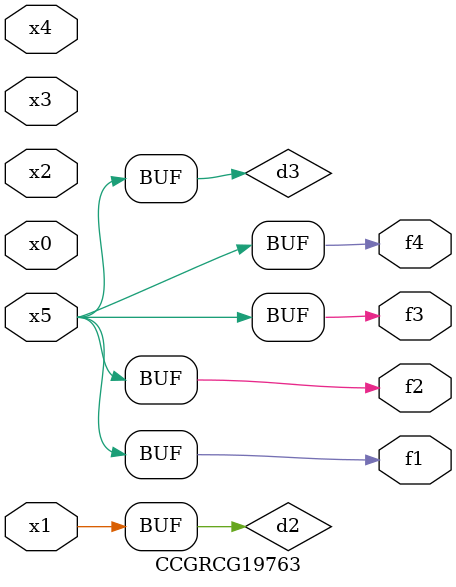
<source format=v>
module CCGRCG19763(
	input x0, x1, x2, x3, x4, x5,
	output f1, f2, f3, f4
);

	wire d1, d2, d3;

	not (d1, x5);
	or (d2, x1);
	xnor (d3, d1);
	assign f1 = d3;
	assign f2 = d3;
	assign f3 = d3;
	assign f4 = d3;
endmodule

</source>
